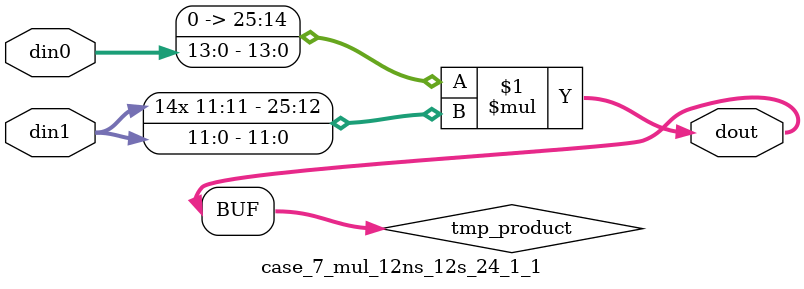
<source format=v>

`timescale 1 ns / 1 ps

 (* use_dsp = "no" *)  module case_7_mul_12ns_12s_24_1_1(din0, din1, dout);
parameter ID = 1;
parameter NUM_STAGE = 0;
parameter din0_WIDTH = 14;
parameter din1_WIDTH = 12;
parameter dout_WIDTH = 26;

input [din0_WIDTH - 1 : 0] din0; 
input [din1_WIDTH - 1 : 0] din1; 
output [dout_WIDTH - 1 : 0] dout;

wire signed [dout_WIDTH - 1 : 0] tmp_product;

























assign tmp_product = $signed({1'b0, din0}) * $signed(din1);










assign dout = tmp_product;





















endmodule

</source>
